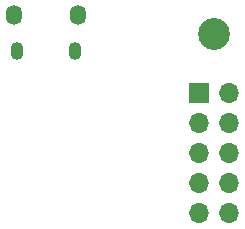
<source format=gbr>
%TF.GenerationSoftware,KiCad,Pcbnew,5.1.8*%
%TF.CreationDate,2020-11-25T09:49:16+09:00*%
%TF.ProjectId,rasp_usb,72617370-5f75-4736-922e-6b696361645f,rev?*%
%TF.SameCoordinates,Original*%
%TF.FileFunction,Soldermask,Bot*%
%TF.FilePolarity,Negative*%
%FSLAX46Y46*%
G04 Gerber Fmt 4.6, Leading zero omitted, Abs format (unit mm)*
G04 Created by KiCad (PCBNEW 5.1.8) date 2020-11-25 09:49:16*
%MOMM*%
%LPD*%
G01*
G04 APERTURE LIST*
%ADD10R,1.700000X1.700000*%
%ADD11O,1.700000X1.700000*%
%ADD12C,2.700000*%
%ADD13O,1.100000X1.500000*%
%ADD14O,1.350000X1.700000*%
G04 APERTURE END LIST*
D10*
%TO.C,J2*%
X120250000Y-68500000D03*
D11*
X122790000Y-68500000D03*
X120250000Y-71040000D03*
X122790000Y-71040000D03*
X120250000Y-73580000D03*
X122790000Y-73580000D03*
X120250000Y-76120000D03*
X122790000Y-76120000D03*
X120250000Y-78660000D03*
X122790000Y-78660000D03*
%TD*%
D12*
%TO.C,H1*%
X121500000Y-63500000D03*
%TD*%
D13*
%TO.C,J1*%
X109695000Y-64885000D03*
X104855000Y-64885000D03*
D14*
X110005000Y-61885000D03*
X104545000Y-61885000D03*
%TD*%
M02*

</source>
